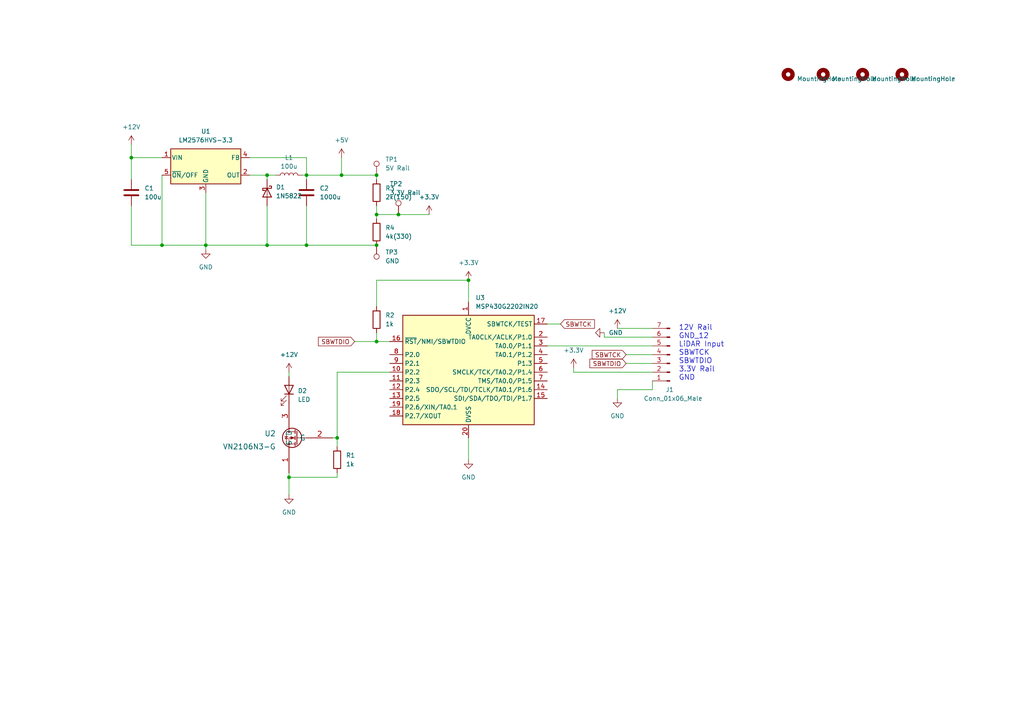
<source format=kicad_sch>
(kicad_sch (version 20211123) (generator eeschema)
  (paper "A4")
  (lib_symbols
    (symbol "1Library_Main:VN2106N3-G " (pin_names (offset 0.254))
      (property "Reference" "U" (at 34.29 -16.51 0))
      (property "Value" "VN2106N3-G " (at 34.29 -19.05 0))
      (symbol "VN2106N3-G _0_1"
        (polyline (pts (xy 21.844 -21.59) (xy 19.05 -21.59)))
        (polyline (pts (xy 21.844 -19.685) (xy 21.844 -23.495)) (stroke (width 0.254)))
        (polyline (pts (xy 22.352 -22.86) (xy 22.352 -23.876)) (stroke (width 0.254)))
        (polyline (pts (xy 22.352 -21.082) (xy 22.352 -22.098)) (stroke (width 0.254)))
        (polyline (pts (xy 22.352 -19.304) (xy 22.352 -20.32)) (stroke (width 0.254)))
        (polyline (pts (xy 24.13 -19.05) (xy 24.13 -19.812)))
        (polyline (pts (xy 24.13 -24.13) (xy 24.13 -21.59) (xy 22.352 -21.59)))
        (polyline (pts (xy 22.352 -23.368) (xy 24.892 -23.368) (xy 24.892 -19.812) (xy 22.352 -19.812)))
        (polyline (pts (xy 22.606 -21.59) (xy 23.622 -21.209) (xy 23.622 -21.971) (xy 22.606 -21.59)) (fill (type outline)))
        (polyline (pts (xy 24.384 -21.082) (xy 24.511 -21.209) (xy 25.273 -21.209) (xy 25.4 -21.336)))
        (polyline (pts (xy 24.892 -21.209) (xy 24.511 -21.844) (xy 25.273 -21.844) (xy 24.892 -21.209)))
        (circle (center 23.241 -21.59) (radius 2.794) (stroke (width 0.254)))
        (circle (center 24.13 -23.368) (radius 0.254) (fill (type outline)))
        (circle (center 24.13 -19.812) (radius 0.254) (fill (type outline)))
      )
      (symbol "VN2106N3-G _1_1"
        (pin unspecified line (at 24.13 -31.75 90) (length 7.62) (name "S") (number "1"))
        (pin unspecified line (at 11.43 -21.59 0) (length 7.62) (name "G") (number "2"))
        (pin unspecified line (at 24.13 -11.43 270) (length 7.62) (name "D") (number "3"))
      )
    )
    (symbol "Connector:Conn_01x07_Male" (pin_names (offset 1.016) hide)
      (property "Reference" "J" (at 0 10.16 0))
      (property "Value" "Conn_01x07_Male" (at 0 -10.16 0))
      (symbol "Conn_01x07_Male_1_1"
        (polyline (pts (xy 1.27 -7.62) (xy 0.8636 -7.62)) (stroke (width 0.1524)))
        (polyline (pts (xy 1.27 -5.08) (xy 0.8636 -5.08)) (stroke (width 0.1524)))
        (polyline (pts (xy 1.27 -2.54) (xy 0.8636 -2.54)) (stroke (width 0.1524)))
        (polyline (pts (xy 1.27 0) (xy 0.8636 0)) (stroke (width 0.1524)))
        (polyline (pts (xy 1.27 2.54) (xy 0.8636 2.54)) (stroke (width 0.1524)))
        (polyline (pts (xy 1.27 5.08) (xy 0.8636 5.08)) (stroke (width 0.1524)))
        (polyline (pts (xy 1.27 7.62) (xy 0.8636 7.62)) (stroke (width 0.1524)))
        (rectangle (start 0.8636 -7.493) (end 0 -7.747) (stroke (width 0.1524)) (fill (type outline)))
        (rectangle (start 0.8636 -4.953) (end 0 -5.207) (stroke (width 0.1524)) (fill (type outline)))
        (rectangle (start 0.8636 -2.413) (end 0 -2.667) (stroke (width 0.1524)) (fill (type outline)))
        (rectangle (start 0.8636 0.127) (end 0 -0.127) (stroke (width 0.1524)) (fill (type outline)))
        (rectangle (start 0.8636 2.667) (end 0 2.413) (stroke (width 0.1524)) (fill (type outline)))
        (rectangle (start 0.8636 5.207) (end 0 4.953) (stroke (width 0.1524)) (fill (type outline)))
        (rectangle (start 0.8636 7.747) (end 0 7.493) (stroke (width 0.1524)) (fill (type outline)))
        (pin passive line (at 5.08 7.62 180) (length 3.81) (name "Pin_1") (number "1"))
        (pin passive line (at 5.08 5.08 180) (length 3.81) (name "Pin_2") (number "2"))
        (pin passive line (at 5.08 2.54 180) (length 3.81) (name "Pin_3") (number "3"))
        (pin passive line (at 5.08 0 180) (length 3.81) (name "Pin_4") (number "4"))
        (pin passive line (at 5.08 -2.54 180) (length 3.81) (name "Pin_5") (number "5"))
        (pin passive line (at 5.08 -5.08 180) (length 3.81) (name "Pin_6") (number "6"))
        (pin passive line (at 5.08 -7.62 180) (length 3.81) (name "Pin_7") (number "7"))
      )
    )
    (symbol "Connector:TestPoint" (pin_numbers hide) (pin_names (offset 0.762) hide)
      (property "Reference" "TP" (at 0 6.858 0))
      (property "Value" "TestPoint" (at 0 5.08 0))
      (symbol "TestPoint_0_1"
        (circle (center 0 3.302) (radius 0.762))
      )
      (symbol "TestPoint_1_1"
        (pin passive line (at 0 0 90) (length 2.54) (name "1") (number "1"))
      )
    )
    (symbol "Device:C" (pin_numbers hide) (pin_names (offset 0.254))
      (property "Reference" "C" (at 0.635 2.54 0))
      (property "Value" "C" (at 0.635 -2.54 0))
      (symbol "C_0_1"
        (polyline (pts (xy -2.032 -0.762) (xy 2.032 -0.762)) (stroke (width 0.508)))
        (polyline (pts (xy -2.032 0.762) (xy 2.032 0.762)) (stroke (width 0.508)))
      )
      (symbol "C_1_1"
        (pin passive line (at 0 3.81 270) (length 2.794) (name "~") (number "1"))
        (pin passive line (at 0 -3.81 90) (length 2.794) (name "~") (number "2"))
      )
    )
    (symbol "Device:L" (pin_numbers hide) (pin_names (offset 1.016) hide)
      (property "Reference" "L" (at -1.27 0 90))
      (property "Value" "L" (at 1.905 0 90))
      (symbol "L_0_1"
        (arc (start 0 -2.54) (mid 0.635 -1.905) (end 0 -1.27))
        (arc (start 0 -1.27) (mid 0.635 -0.635) (end 0 0))
        (arc (start 0 0) (mid 0.635 0.635) (end 0 1.27))
        (arc (start 0 1.27) (mid 0.635 1.905) (end 0 2.54))
      )
      (symbol "L_1_1"
        (pin passive line (at 0 3.81 270) (length 1.27) (name "1") (number "1"))
        (pin passive line (at 0 -3.81 90) (length 1.27) (name "2") (number "2"))
      )
    )
    (symbol "Device:LED" (pin_numbers hide) (pin_names (offset 1.016) hide)
      (property "Reference" "D" (at 0 2.54 0))
      (property "Value" "LED" (at 0 -2.54 0))
      (symbol "LED_0_1"
        (polyline (pts (xy -1.27 -1.27) (xy -1.27 1.27)) (stroke (width 0.254)))
        (polyline (pts (xy -1.27 0) (xy 1.27 0)))
        (polyline (pts (xy 1.27 -1.27) (xy 1.27 1.27) (xy -1.27 0) (xy 1.27 -1.27)) (stroke (width 0.254)))
        (polyline (pts (xy -3.048 -0.762) (xy -4.572 -2.286) (xy -3.81 -2.286) (xy -4.572 -2.286) (xy -4.572 -1.524)))
        (polyline (pts (xy -1.778 -0.762) (xy -3.302 -2.286) (xy -2.54 -2.286) (xy -3.302 -2.286) (xy -3.302 -1.524)))
      )
      (symbol "LED_1_1"
        (pin passive line (at -3.81 0 0) (length 2.54) (name "K") (number "1"))
        (pin passive line (at 3.81 0 180) (length 2.54) (name "A") (number "2"))
      )
    )
    (symbol "Device:R" (pin_numbers hide) (pin_names (offset 0))
      (property "Reference" "R" (at 2.032 0 90))
      (property "Value" "R" (at 0 0 90))
      (symbol "R_0_1"
        (rectangle (start -1.016 -2.54) (end 1.016 2.54) (stroke (width 0.254)))
      )
      (symbol "R_1_1"
        (pin passive line (at 0 3.81 270) (length 1.27) (name "~") (number "1"))
        (pin passive line (at 0 -3.81 90) (length 1.27) (name "~") (number "2"))
      )
    )
    (symbol "Diode:1N5822" (pin_numbers hide) (pin_names (offset 1.016) hide)
      (property "Reference" "D" (at 0 2.54 0))
      (property "Value" "1N5822" (at 0 -2.54 0))
      (symbol "1N5822_0_1"
        (polyline (pts (xy 1.27 0) (xy -1.27 0)))
        (polyline (pts (xy 1.27 1.27) (xy 1.27 -1.27) (xy -1.27 0) (xy 1.27 1.27)) (stroke (width 0.254)))
        (polyline (pts (xy -1.905 0.635) (xy -1.905 1.27) (xy -1.27 1.27) (xy -1.27 -1.27) (xy -0.635 -1.27) (xy -0.635 -0.635)) (stroke (width 0.254)))
      )
      (symbol "1N5822_1_1"
        (pin passive line (at -3.81 0 0) (length 2.54) (name "K") (number "1"))
        (pin passive line (at 3.81 0 180) (length 2.54) (name "A") (number "2"))
      )
    )
    (symbol "MCU_Texas_MSP430:MSP430G2202IN20"
      (property "Reference" "U" (at -17.78 17.78 0))
      (property "Value" "MSP430G2202IN20" (at 12.7 -16.51 0))
      (symbol "MSP430G2202IN20_0_1"
        (rectangle (start -19.05 16.51) (end 19.05 -15.24) (stroke (width 0.254)) (fill (type background)))
      )
      (symbol "MSP430G2202IN20_1_1"
        (pin power_in line (at 0 20.32 270) (length 3.81) (name "DVCC") (number "1"))
        (pin bidirectional line (at -22.86 0 0) (length 3.81) (name "P2.2") (number "10"))
        (pin bidirectional line (at -22.86 -2.54 0) (length 3.81) (name "P2.3") (number "11"))
        (pin bidirectional line (at -22.86 -5.08 0) (length 3.81) (name "P2.4") (number "12"))
        (pin bidirectional line (at -22.86 -7.62 0) (length 3.81) (name "P2.5") (number "13"))
        (pin bidirectional line (at 22.86 -5.08 180) (length 3.81) (name "SDO/SCL/TDI/TCLK/TA0.1/P1.6") (number "14"))
        (pin bidirectional line (at 22.86 -7.62 180) (length 3.81) (name "SDI/SDA/TDO/TDI/P1.7") (number "15"))
        (pin input line (at -22.86 8.89 0) (length 3.81) (name "~{RST}/NMI/SBWTDIO") (number "16"))
        (pin input line (at 22.86 13.97 180) (length 3.81) (name "SBWTCK/TEST") (number "17"))
        (pin bidirectional line (at -22.86 -12.7 0) (length 3.81) (name "P2.7/XOUT") (number "18"))
        (pin bidirectional line (at -22.86 -10.16 0) (length 3.81) (name "P2.6/XIN/TA0.1") (number "19"))
        (pin bidirectional line (at 22.86 10.16 180) (length 3.81) (name "TA0CLK/ACLK/P1.0") (number "2"))
        (pin power_in line (at 0 -19.05 90) (length 3.81) (name "DVSS") (number "20"))
        (pin bidirectional line (at 22.86 7.62 180) (length 3.81) (name "TA0.0/P1.1") (number "3"))
        (pin bidirectional line (at 22.86 5.08 180) (length 3.81) (name "TA0.1/P1.2") (number "4"))
        (pin bidirectional line (at 22.86 2.54 180) (length 3.81) (name "P1.3") (number "5"))
        (pin bidirectional line (at 22.86 0 180) (length 3.81) (name "SMCLK/TCK/TA0.2/P1.4") (number "6"))
        (pin bidirectional line (at 22.86 -2.54 180) (length 3.81) (name "TMS/TA0.0/P1.5") (number "7"))
        (pin bidirectional line (at -22.86 5.08 0) (length 3.81) (name "P2.0") (number "8"))
        (pin bidirectional line (at -22.86 2.54 0) (length 3.81) (name "P2.1") (number "9"))
      )
    )
    (symbol "Mechanical:MountingHole" (pin_names (offset 1.016))
      (property "Reference" "H" (at 0 5.08 0))
      (property "Value" "MountingHole" (at 0 3.175 0))
      (symbol "MountingHole_0_1"
        (circle (center 0 0) (radius 1.27) (stroke (width 1.27)))
      )
    )
    (symbol "Regulator_Switching:LM2576HVS-3.3" (pin_names (offset 0.254))
      (property "Reference" "U" (at -10.16 6.35 0))
      (property "Value" "LM2576HVS-3.3" (at 0 6.35 0))
      (symbol "LM2576HVS-3.3_0_1"
        (rectangle (start -10.16 5.08) (end 10.16 -5.08) (stroke (width 0.254)) (fill (type background)))
      )
      (symbol "LM2576HVS-3.3_1_1"
        (pin power_in line (at -12.7 2.54 0) (length 2.54) (name "VIN") (number "1"))
        (pin output line (at 12.7 -2.54 180) (length 2.54) (name "OUT") (number "2"))
        (pin power_in line (at 0 -7.62 90) (length 2.54) (name "GND") (number "3"))
        (pin input line (at 12.7 2.54 180) (length 2.54) (name "FB") (number "4"))
        (pin input line (at -12.7 -2.54 0) (length 2.54) (name "~{ON}/OFF") (number "5"))
      )
    )
    (symbol "power:+12V" (power) (pin_names (offset 0))
      (property "Value" "+12V" (at 0 3.556 0))
      (symbol "+12V_0_1"
        (polyline (pts (xy -0.762 1.27) (xy 0 2.54)))
        (polyline (pts (xy 0 0) (xy 0 2.54)))
        (polyline (pts (xy 0 2.54) (xy 0.762 1.27)))
      )
      (symbol "+12V_1_1"
        (pin power_in line (at 0 0 90) (length 0) hide (name "+12V") (number "1"))
      )
    )
    (symbol "power:+3.3V" (power) (pin_names (offset 0))
      (property "Value" "+3.3V" (at 0 3.556 0))
      (symbol "+3.3V_0_1"
        (polyline (pts (xy -0.762 1.27) (xy 0 2.54)))
        (polyline (pts (xy 0 0) (xy 0 2.54)))
        (polyline (pts (xy 0 2.54) (xy 0.762 1.27)))
      )
      (symbol "+3.3V_1_1"
        (pin power_in line (at 0 0 90) (length 0) hide (name "+3.3V") (number "1"))
      )
    )
    (symbol "power:+5V" (power) (pin_names (offset 0))
      (property "Value" "+5V" (at 0 3.556 0))
      (symbol "+5V_0_1"
        (polyline (pts (xy -0.762 1.27) (xy 0 2.54)))
        (polyline (pts (xy 0 0) (xy 0 2.54)))
        (polyline (pts (xy 0 2.54) (xy 0.762 1.27)))
      )
      (symbol "+5V_1_1"
        (pin power_in line (at 0 0 90) (length 0) hide (name "+5V") (number "1"))
      )
    )
    (symbol "power:GND" (power) (pin_names (offset 0))
      (property "Value" "GND" (at 0 -3.81 0))
      (symbol "GND_0_1"
        (polyline (pts (xy 0 0) (xy 0 -1.27) (xy 1.27 -1.27) (xy 0 -2.54) (xy -1.27 -1.27) (xy 0 -1.27)))
      )
      (symbol "GND_1_1"
        (pin power_in line (at 0 0 270) (length 0) hide (name "GND") (number "1"))
      )
    )
  )
  (junction (at 109.22 62.23))
  (junction (at 46.99 71.12))
  (junction (at 38.1 45.72))
  (junction (at 77.47 50.8))
  (junction (at 97.79 127))
  (junction (at 135.89 81.28))
  (junction (at 88.9 71.12))
  (junction (at 109.22 50.8))
  (junction (at 99.06 50.8))
  (junction (at 83.82 138.43))
  (junction (at 109.22 71.12))
  (junction (at 115.57 62.23))
  (junction (at 88.9 50.8))
  (junction (at 109.22 99.06))
  (junction (at 59.69 71.12))
  (junction (at 77.47 71.12))
  (wire (pts (xy 166.37 107.95) (xy 189.23 107.95)))
  (wire (pts (xy 77.47 71.12) (xy 88.9 71.12)))
  (wire (pts (xy 109.22 96.52) (xy 109.22 99.06)))
  (wire (pts (xy 102.87 99.06) (xy 109.22 99.06)))
  (wire (pts (xy 97.79 127) (xy 96.52 127)))
  (wire (pts (xy 83.82 107.95) (xy 83.82 109.22)))
  (wire (pts (xy 72.39 50.8) (xy 77.47 50.8)))
  (wire (pts (xy 97.79 137.16) (xy 97.79 138.43)))
  (wire (pts (xy 109.22 59.69) (xy 109.22 62.23)))
  (wire (pts (xy 179.07 115.57) (xy 179.07 113.03)))
  (wire (pts (xy 46.99 71.12) (xy 59.69 71.12)))
  (wire (pts (xy 175.26 96.52) (xy 175.26 97.79)))
  (wire (pts (xy 115.57 62.23) (xy 124.46 62.23)))
  (wire (pts (xy 158.75 93.98) (xy 162.56 93.98)))
  (wire (pts (xy 189.23 97.79) (xy 175.26 97.79)))
  (wire (pts (xy 109.22 62.23) (xy 109.22 63.5)))
  (wire (pts (xy 135.89 81.28) (xy 135.89 87.63)))
  (wire (pts (xy 59.69 72.39) (xy 59.69 71.12)))
  (wire (pts (xy 88.9 45.72) (xy 88.9 50.8)))
  (wire (pts (xy 113.03 107.95) (xy 97.79 107.95)))
  (wire (pts (xy 83.82 138.43) (xy 83.82 137.16)))
  (wire (pts (xy 109.22 50.8) (xy 99.06 50.8)))
  (wire (pts (xy 181.61 105.41) (xy 189.23 105.41)))
  (wire (pts (xy 87.63 50.8) (xy 88.9 50.8)))
  (wire (pts (xy 83.82 143.51) (xy 83.82 138.43)))
  (wire (pts (xy 189.23 110.49) (xy 189.23 113.03)))
  (wire (pts (xy 109.22 81.28) (xy 135.89 81.28)))
  (wire (pts (xy 181.61 102.87) (xy 189.23 102.87)))
  (wire (pts (xy 109.22 99.06) (xy 113.03 99.06)))
  (wire (pts (xy 46.99 50.8) (xy 46.99 71.12)))
  (wire (pts (xy 109.22 71.12) (xy 88.9 71.12)))
  (wire (pts (xy 38.1 45.72) (xy 46.99 45.72)))
  (wire (pts (xy 135.89 127) (xy 135.89 133.35)))
  (wire (pts (xy 38.1 52.07) (xy 38.1 45.72)))
  (wire (pts (xy 109.22 62.23) (xy 115.57 62.23)))
  (wire (pts (xy 72.39 45.72) (xy 88.9 45.72)))
  (wire (pts (xy 166.37 106.68) (xy 166.37 107.95)))
  (wire (pts (xy 88.9 50.8) (xy 88.9 52.07)))
  (wire (pts (xy 109.22 52.07) (xy 109.22 50.8)))
  (wire (pts (xy 77.47 50.8) (xy 80.01 50.8)))
  (wire (pts (xy 77.47 52.07) (xy 77.47 50.8)))
  (wire (pts (xy 109.22 81.28) (xy 109.22 88.9)))
  (wire (pts (xy 97.79 138.43) (xy 83.82 138.43)))
  (wire (pts (xy 179.07 95.25) (xy 189.23 95.25)))
  (wire (pts (xy 38.1 41.91) (xy 38.1 45.72)))
  (wire (pts (xy 77.47 59.69) (xy 77.47 71.12)))
  (wire (pts (xy 88.9 59.69) (xy 88.9 71.12)))
  (wire (pts (xy 158.75 100.33) (xy 189.23 100.33)))
  (wire (pts (xy 59.69 71.12) (xy 77.47 71.12)))
  (wire (pts (xy 59.69 55.88) (xy 59.69 71.12)))
  (wire (pts (xy 99.06 45.72) (xy 99.06 50.8)))
  (wire (pts (xy 97.79 129.54) (xy 97.79 127)))
  (wire (pts (xy 179.07 113.03) (xy 189.23 113.03)))
  (wire (pts (xy 97.79 107.95) (xy 97.79 127)))
  (wire (pts (xy 88.9 50.8) (xy 99.06 50.8)))
  (wire (pts (xy 38.1 71.12) (xy 46.99 71.12)))
  (wire (pts (xy 38.1 59.69) (xy 38.1 71.12)))
  (text "12V Rail\nGND_12\nLiDAR Input\nSBWTCK\nSBWTDIO\n3.3V Rail\nGND\n" (at 196.85 110.49 0) (effects (font (size 1.5 1.5)) (justify left bottom)))
  (global_label "SBWTDIO" (shape input) (at 102.87 99.06 180) (property "Intersheet References" "${INTERSHEET_REFS}" (effects hide)))
  (global_label "SBWTDIO" (shape input) (at 181.61 105.41 180) (property "Intersheet References" "${INTERSHEET_REFS}" (effects hide)))
  (global_label "SBWTCK" (shape input) (at 162.56 93.98 0) (property "Intersheet References" "${INTERSHEET_REFS}" (effects hide)))
  (global_label "SBWTCK" (shape input) (at 181.61 102.87 180) (property "Intersheet References" "${INTERSHEET_REFS}" (effects hide)))
  (symbol (lib_id "Device:L") (at 83.82 50.8 90) (unit 1)
    (property "Reference" "L1" (at 83.82 45.72 90))
    (property "Value" "100u" (at 83.82 48.26 90))
    (property "Footprint" "Package_TO_SOT_THT:TO-92-2" (effects hide))
    (property "Datasheet" "https://www.digikey.ca/en/products/detail/bourns-inc/RLB0914-101KL/2352772" (effects hide))
  )
  (symbol (lib_id "power:+3.3V") (at 135.89 81.28 0) (unit 1)
    (property "Reference" "#PWR0108" (effects hide))
    (property "Value" "+3.3V" (at 135.89 76.2 0))
  )
  (symbol (lib_id "power:+12V") (at 179.07 95.25 0) (unit 1)
    (property "Reference" "#PWR0101" (effects hide))
    (property "Value" "+12V" (at 179.07 90.17 0))
  )
  (symbol (lib_id "Device:R") (at 109.22 92.71 0) (unit 1)
    (property "Reference" "R2" (at 111.76 91.4399 0) (effects (justify left)))
    (property "Value" "1k" (at 111.76 93.9799 0) (effects (justify left)))
    (property "Footprint" "Resistor_THT:R_Axial_DIN0207_L6.3mm_D2.5mm_P10.16mm_Horizontal" (effects hide))
  )
  (symbol (lib_id "MCU_Texas_MSP430:MSP430G2202IN20") (at 135.89 107.95 0) (unit 1)
    (property "Reference" "U3" (at 137.9094 86.36 0) (effects (justify left)))
    (property "Value" "MSP430G2202IN20" (at 137.9094 88.9 0) (effects (justify left)))
    (property "Footprint" "Package_DIP:DIP-20_W7.62mm" (effects hide))
    (property "Datasheet" "http://www.ti.com/lit/ds/symlink/msp430g2202.pdf" (effects hide))
  )
  (symbol (lib_id "Device:R") (at 109.22 67.31 0) (mirror y) (unit 1)
    (property "Reference" "R4" (at 111.76 66.0399 0) (effects (justify right)))
    (property "Value" "4k(330)" (at 111.76 68.5799 0) (effects (justify right)))
    (property "Footprint" "Resistor_THT:R_Axial_DIN0207_L6.3mm_D2.5mm_P10.16mm_Horizontal" (effects hide))
  )
  (symbol (lib_id "Diode:1N5822") (at 77.47 55.88 270) (unit 1)
    (property "Reference" "D1" (at 80.01 54.2924 90) (effects (justify left)))
    (property "Value" "1N5822" (at 80.01 56.8324 90) (effects (justify left)))
    (property "Footprint" "Diode_THT:D_DO-201AD_P15.24mm_Horizontal" (effects hide))
    (property "Datasheet" "http://www.vishay.com/docs/88526/1n5820.pdf" (effects hide))
  )
  (symbol (lib_id "power:+12V") (at 38.1 41.91 0) (unit 1)
    (property "Reference" "#PWR0110" (effects hide))
    (property "Value" "+12V" (at 38.1 36.83 0))
  )
  (symbol (lib_id "Mechanical:MountingHole") (at 228.6 21.59 0) (unit 1)
    (property "Reference" "H1" (effects hide))
    (property "Value" "MountingHole" (at 231.14 22.8599 0) (effects (justify left)))
    (property "Footprint" "MountingHole:MountingHole_3.2mm_M3" (effects hide))
  )
  (symbol (lib_id "power:+3.3V") (at 166.37 106.68 0) (unit 1)
    (property "Reference" "#PWR0104" (effects hide))
    (property "Value" "+3.3V" (at 166.37 101.6 0))
  )
  (symbol (lib_id "power:+12V") (at 83.82 107.95 0) (mirror y) (unit 1)
    (property "Reference" "#PWR0112" (effects hide))
    (property "Value" "+12V" (at 83.82 102.87 0))
  )
  (symbol (lib_id "1Library_Main:VN2106N3-G ") (at 107.95 105.41 0) (mirror y) (unit 1)
    (property "Reference" "U2" (at 80.01 125.73 0) (effects (font (size 1.524 1.524)) (justify left)))
    (property "Value" "VN2106N3-G " (at 80.01 129.54 0) (effects (font (size 1.524 1.524)) (justify left)))
    (property "Footprint" "Package_TO_SOT_THT:TO-92" (effects hide))
    (property "Datasheet" "digikey.ca/en/products/detail/microchip-technology/VN2106N3-G/4902398?s=N4IgTCBcDaIGoDkwEYAMA2BBmAtAcRwQBEQBdAXyA" (effects hide))
  )
  (symbol (lib_id "power:GND") (at 59.69 72.39 0) (unit 1)
    (property "Reference" "#PWR0111" (effects hide))
    (property "Value" "GND" (at 59.69 77.47 0))
  )
  (symbol (lib_id "power:GND") (at 179.07 115.57 0) (unit 1)
    (property "Reference" "#PWR0106" (effects hide))
    (property "Value" "GND" (at 179.07 120.65 0))
  )
  (symbol (lib_id "Device:LED") (at 83.82 113.03 270) (mirror x) (unit 1)
    (property "Reference" "D2" (at 86.36 113.3474 90) (effects (justify left)))
    (property "Value" "LED" (at 86.36 115.8874 90) (effects (justify left)))
    (property "Footprint" "Connector_PinSocket_2.54mm:PinSocket_1x02_P2.54mm_Vertical" (effects hide))
  )
  (symbol (lib_id "power:GND") (at 175.26 96.52 270) (unit 1)
    (property "Reference" "#PWR0102" (effects hide))
    (property "Value" "GND" (at 176.53 96.5199 90) (effects (justify left)))
  )
  (symbol (lib_id "power:+3.3V") (at 124.46 62.23 0) (unit 1)
    (property "Reference" "#PWR0109" (effects hide))
    (property "Value" "+3.3V" (at 124.46 57.15 0))
  )
  (symbol (lib_id "Mechanical:MountingHole") (at 250.19 21.59 0) (unit 1)
    (property "Reference" "H3" (effects hide))
    (property "Value" "MountingHole" (at 252.73 22.8599 0) (effects (justify left)))
    (property "Footprint" "MountingHole:MountingHole_3.2mm_M3" (effects hide))
  )
  (symbol (lib_id "power:GND") (at 135.89 133.35 0) (unit 1)
    (property "Reference" "#PWR0114" (effects hide))
    (property "Value" "GND" (at 135.89 138.43 0))
  )
  (symbol (lib_id "Connector:TestPoint") (at 109.22 50.8 0) (unit 1)
    (property "Reference" "TP1" (at 111.76 46.2279 0) (effects (justify left)))
    (property "Value" "5V Rail" (at 111.76 48.7679 0) (effects (justify left)))
    (property "Footprint" "TestPoint:TestPoint_Pad_D2.5mm" (effects hide))
  )
  (symbol (lib_id "Mechanical:MountingHole") (at 238.76 21.59 0) (unit 1)
    (property "Reference" "H2" (effects hide))
    (property "Value" "MountingHole" (at 241.3 22.8599 0) (effects (justify left)))
    (property "Footprint" "MountingHole:MountingHole_3.2mm_M3" (effects hide))
  )
  (symbol (lib_id "Connector:TestPoint") (at 109.22 71.12 180) (unit 1)
    (property "Reference" "TP3" (at 111.76 73.1519 0) (effects (justify right)))
    (property "Value" "GND" (at 111.76 75.6919 0) (effects (justify right)))
    (property "Footprint" "TestPoint:TestPoint_Pad_D2.5mm" (effects hide))
  )
  (symbol (lib_id "Device:R") (at 97.79 133.35 0) (mirror y) (unit 1)
    (property "Reference" "R1" (at 100.33 132.0799 0) (effects (justify right)))
    (property "Value" "1k" (at 100.33 134.6199 0) (effects (justify right)))
    (property "Footprint" "Resistor_THT:R_Axial_DIN0207_L6.3mm_D2.5mm_P10.16mm_Horizontal" (effects hide))
  )
  (symbol (lib_id "Device:C") (at 38.1 55.88 0) (unit 1)
    (property "Reference" "C1" (at 41.91 54.6099 0) (effects (justify left)))
    (property "Value" "100u" (at 41.91 57.1499 0) (effects (justify left)))
    (property "Footprint" "Capacitor_THT:C_Radial_D5.0mm_H7.0mm_P2.00mm" (effects hide))
    (property "Datasheet" "https://www.digikey.ca/en/products/detail/w%C3%BCrth-elektronik/860010372006/5726847" (effects hide))
  )
  (symbol (lib_id "power:+5V") (at 99.06 45.72 0) (mirror y) (unit 1)
    (property "Reference" "#PWR0107" (effects hide))
    (property "Value" "+5V" (at 99.06 40.64 0))
  )
  (symbol (lib_id "Connector:Conn_01x07_Male") (at 194.31 102.87 180) (unit 1)
    (property "Reference" "J1" (at 193.04 113.03 0) (effects (justify right)))
    (property "Value" "Conn_01x06_Male" (at 186.69 115.57 0) (effects (justify right)))
    (property "Footprint" "Connector_PinSocket_2.54mm:PinSocket_1x07_P2.54mm_Vertical" (effects hide))
  )
  (symbol (lib_id "power:GND") (at 83.82 143.51 0) (mirror y) (unit 1)
    (property "Reference" "#PWR0113" (effects hide))
    (property "Value" "GND" (at 83.82 148.59 0))
  )
  (symbol (lib_id "Regulator_Switching:LM2576HVS-3.3") (at 59.69 48.26 0) (unit 1)
    (property "Reference" "U1" (at 59.69 38.1 0))
    (property "Value" "LM2576HVS-3.3" (at 59.69 40.64 0))
    (property "Footprint" "Connector_PinSocket_2.54mm:PinSocket_1x05_P2.54mm_Horizontal" (effects hide))
    (property "Datasheet" "https://www.digikey.ca/en/products/detail/texas-instruments/LM2576T-5-0-NOPB/212636" (effects hide))
  )
  (symbol (lib_id "Connector:TestPoint") (at 115.57 62.23 0) (unit 1)
    (property "Reference" "TP2" (at 113.03 53.34 0) (effects (justify left)))
    (property "Value" "3.3V Rail" (at 113.03 55.88 0) (effects (justify left)))
    (property "Footprint" "TestPoint:TestPoint_Pad_D2.5mm" (effects hide))
  )
  (symbol (lib_id "Mechanical:MountingHole") (at 261.62 21.59 0) (unit 1)
    (property "Reference" "H4" (effects hide))
    (property "Value" "MountingHole" (at 264.16 22.8599 0) (effects (justify left)))
    (property "Footprint" "MountingHole:MountingHole_3.2mm_M3" (effects hide))
  )
  (symbol (lib_id "Device:R") (at 109.22 55.88 0) (mirror y) (unit 1)
    (property "Reference" "R3" (at 111.76 54.6099 0) (effects (justify right)))
    (property "Value" "2k(150)" (at 111.76 57.1499 0) (effects (justify right)))
    (property "Footprint" "Resistor_THT:R_Axial_DIN0207_L6.3mm_D2.5mm_P10.16mm_Horizontal" (effects hide))
  )
  (symbol (lib_id "Device:C") (at 88.9 55.88 0) (unit 1)
    (property "Reference" "C2" (at 92.71 54.6099 0) (effects (justify left)))
    (property "Value" "1000u" (at 92.71 57.1499 0) (effects (justify left)))
    (property "Footprint" "Capacitor_THT:C_Radial_D6.3mm_H5.0mm_P2.50mm" (effects hide))
    (property "Datasheet" "https://www.digikey.ca/en/products/detail/chinsan-elite/ED1A102MP30816/16497020" (effects hide))
  )
)
</source>
